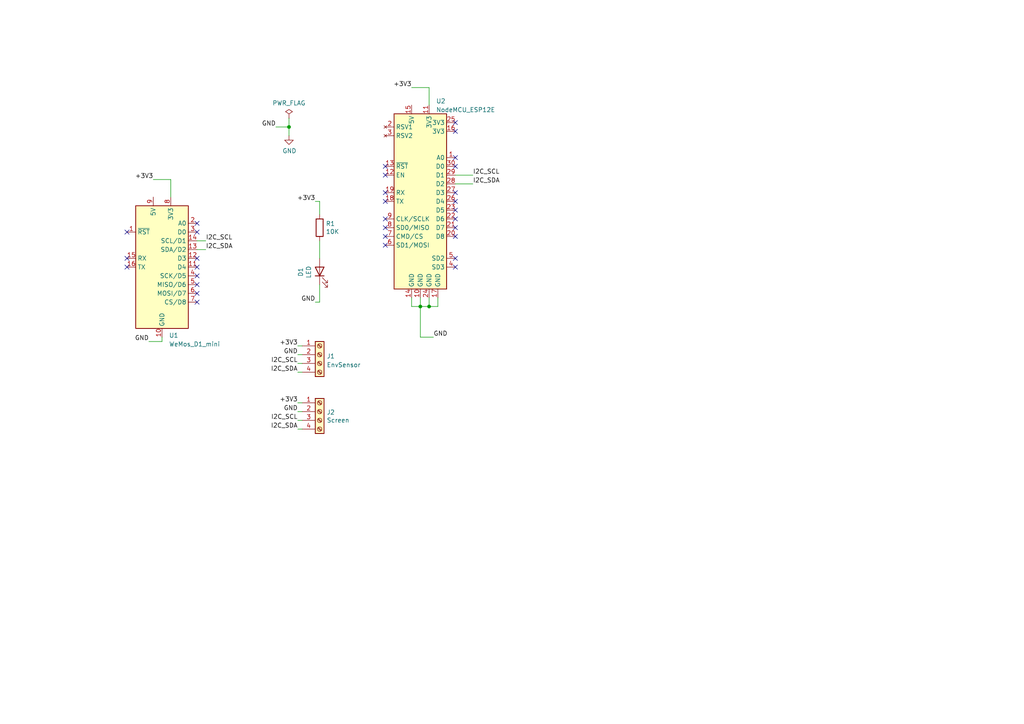
<source format=kicad_sch>
(kicad_sch (version 20211123) (generator eeschema)
  (paper "A4")
  (title_block (title "Environment Sensor") (rev "v0.1") (company "by Luis Pereira"))
  (lib_symbols
    (symbol "Connector:Screw_Terminal_01x04" (pin_names (offset 1.016) hide)
      (property "Reference" "J" (at 0 5.08 0))
      (property "Value" "Screw_Terminal_01x04" (at 0 -7.62 0))
      (symbol "Screw_Terminal_01x04_1_1"
        (rectangle (start -1.27 3.81) (end 1.27 -6.35) (stroke (width 0.254)) (fill (type background)))
        (circle (center 0 -5.08) (radius 0.635) (stroke (width 0.1524)))
        (circle (center 0 -2.54) (radius 0.635) (stroke (width 0.1524)))
        (polyline (pts (xy -0.5334 -4.7498) (xy 0.3302 -5.588)) (stroke (width 0.1524)))
        (polyline (pts (xy -0.5334 -2.2098) (xy 0.3302 -3.048)) (stroke (width 0.1524)))
        (polyline (pts (xy -0.5334 0.3302) (xy 0.3302 -0.508)) (stroke (width 0.1524)))
        (polyline (pts (xy -0.5334 2.8702) (xy 0.3302 2.032)) (stroke (width 0.1524)))
        (polyline (pts (xy -0.3556 -4.572) (xy 0.508 -5.4102)) (stroke (width 0.1524)))
        (polyline (pts (xy -0.3556 -2.032) (xy 0.508 -2.8702)) (stroke (width 0.1524)))
        (polyline (pts (xy -0.3556 0.508) (xy 0.508 -0.3302)) (stroke (width 0.1524)))
        (polyline (pts (xy -0.3556 3.048) (xy 0.508 2.2098)) (stroke (width 0.1524)))
        (circle (center 0 0) (radius 0.635) (stroke (width 0.1524)))
        (circle (center 0 2.54) (radius 0.635) (stroke (width 0.1524)))
        (pin passive line (at -5.08 2.54 0) (length 3.81) (name "Pin_1") (number "1"))
        (pin passive line (at -5.08 0 0) (length 3.81) (name "Pin_2") (number "2"))
        (pin passive line (at -5.08 -2.54 0) (length 3.81) (name "Pin_3") (number "3"))
        (pin passive line (at -5.08 -5.08 0) (length 3.81) (name "Pin_4") (number "4"))
      )
    )
    (symbol "Device:LED" (pin_numbers hide) (pin_names (offset 1.016) hide)
      (property "Reference" "D" (at 0 2.54 0))
      (property "Value" "LED" (at 0 -2.54 0))
      (symbol "LED_0_1"
        (polyline (pts (xy -1.27 -1.27) (xy -1.27 1.27)) (stroke (width 0.254)))
        (polyline (pts (xy -1.27 0) (xy 1.27 0)))
        (polyline (pts (xy 1.27 -1.27) (xy 1.27 1.27) (xy -1.27 0) (xy 1.27 -1.27)) (stroke (width 0.254)))
        (polyline (pts (xy -3.048 -0.762) (xy -4.572 -2.286) (xy -3.81 -2.286) (xy -4.572 -2.286) (xy -4.572 -1.524)))
        (polyline (pts (xy -1.778 -0.762) (xy -3.302 -2.286) (xy -2.54 -2.286) (xy -3.302 -2.286) (xy -3.302 -1.524)))
      )
      (symbol "LED_1_1"
        (pin passive line (at -3.81 0 0) (length 2.54) (name "K") (number "1"))
        (pin passive line (at 3.81 0 180) (length 2.54) (name "A") (number "2"))
      )
    )
    (symbol "Device:R" (pin_numbers hide) (pin_names (offset 0))
      (property "Reference" "R" (at 2.032 0 90))
      (property "Value" "R" (at 0 0 90))
      (symbol "R_0_1"
        (rectangle (start -1.016 -2.54) (end 1.016 2.54) (stroke (width 0.254)))
      )
      (symbol "R_1_1"
        (pin passive line (at 0 3.81 270) (length 1.27) (name "~") (number "1"))
        (pin passive line (at 0 -3.81 90) (length 1.27) (name "~") (number "2"))
      )
    )
    (symbol "LCP_MCU_Module:NodeMCU_ESP12E"
      (property "Reference" "U" (at -1.27 16.51 0))
      (property "Value" "NodeMCU_ESP12E" (at 6.35 -26.67 0))
      (symbol "NodeMCU_ESP12E_1_1"
        (rectangle (start -7.62 25.4) (end 7.62 -25.4) (stroke (width 0.254)) (fill (type background)))
        (pin input line (at 10.16 12.7 180) (length 2.54) (name "A0") (number "1"))
        (pin power_in line (at 0 -27.94 90) (length 2.54) (name "GND") (number "10"))
        (pin power_out line (at 2.54 27.94 270) (length 2.54) (name "3V3") (number "11"))
        (pin input line (at -10.16 7.62 0) (length 2.54) (name "EN") (number "12"))
        (pin input line (at -10.16 10.16 0) (length 2.54) (name "~{RST}") (number "13"))
        (pin power_out line (at -2.54 -27.94 90) (length 2.54) (name "GND") (number "14"))
        (pin power_in line (at -2.54 27.94 270) (length 2.54) (name "5V") (number "15"))
        (pin power_out line (at 10.16 20.32 180) (length 2.54) (name "3V3") (number "16"))
        (pin power_out line (at 5.08 -27.94 90) (length 2.54) (name "GND") (number "17"))
        (pin output line (at -10.16 0 0) (length 2.54) (name "TX") (number "18"))
        (pin input line (at -10.16 2.54 0) (length 2.54) (name "RX") (number "19"))
        (pin no_connect line (at -10.16 21.59 0) (length 2.54) (name "RSV1") (number "2"))
        (pin bidirectional line (at 10.16 -10.16 180) (length 2.54) (name "D8") (number "20"))
        (pin bidirectional line (at 10.16 -7.62 180) (length 2.54) (name "D7") (number "21"))
        (pin bidirectional line (at 10.16 -5.08 180) (length 2.54) (name "D6") (number "22"))
        (pin bidirectional line (at 10.16 -2.54 180) (length 2.54) (name "D5") (number "23"))
        (pin power_out line (at 2.54 -27.94 90) (length 2.54) (name "GND") (number "24"))
        (pin power_out line (at 10.16 22.86 180) (length 2.54) (name "3V3") (number "25"))
        (pin bidirectional line (at 10.16 0 180) (length 2.54) (name "D4") (number "26"))
        (pin bidirectional line (at 10.16 2.54 180) (length 2.54) (name "D3") (number "27"))
        (pin bidirectional line (at 10.16 5.08 180) (length 2.54) (name "D2") (number "28"))
        (pin bidirectional line (at 10.16 7.62 180) (length 2.54) (name "D1") (number "29"))
        (pin no_connect line (at -10.16 19.05 0) (length 2.54) (name "RSV2") (number "3"))
        (pin bidirectional line (at 10.16 10.16 180) (length 2.54) (name "D0") (number "30"))
        (pin bidirectional line (at 10.16 -19.05 180) (length 2.54) (name "SD3") (number "4"))
        (pin bidirectional line (at 10.16 -16.51 180) (length 2.54) (name "SD2") (number "5"))
        (pin bidirectional line (at -10.16 -12.7 0) (length 2.54) (name "SD1/MOSI") (number "6"))
        (pin bidirectional line (at -10.16 -10.16 0) (length 2.54) (name "CMD/CS") (number "7"))
        (pin bidirectional line (at -10.16 -7.62 0) (length 2.54) (name "SD0/MISO") (number "8"))
        (pin bidirectional line (at -10.16 -5.08 0) (length 2.54) (name "CLK/SCLK") (number "9"))
      )
    )
    (symbol "MCU_Module:WeMos_D1_mini"
      (property "Reference" "U" (at 3.81 19.05 0))
      (property "Value" "WeMos_D1_mini" (at 1.27 -19.05 0))
      (symbol "WeMos_D1_mini_1_1"
        (rectangle (start -7.62 17.78) (end 7.62 -17.78) (stroke (width 0.254)) (fill (type background)))
        (pin input line (at -10.16 10.16 0) (length 2.54) (name "~{RST}") (number "1"))
        (pin power_in line (at 0 -20.32 90) (length 2.54) (name "GND") (number "10"))
        (pin bidirectional line (at 10.16 0 180) (length 2.54) (name "D4") (number "11"))
        (pin bidirectional line (at 10.16 2.54 180) (length 2.54) (name "D3") (number "12"))
        (pin bidirectional line (at 10.16 5.08 180) (length 2.54) (name "SDA/D2") (number "13"))
        (pin bidirectional line (at 10.16 7.62 180) (length 2.54) (name "SCL/D1") (number "14"))
        (pin input line (at -10.16 2.54 0) (length 2.54) (name "RX") (number "15"))
        (pin output line (at -10.16 0 0) (length 2.54) (name "TX") (number "16"))
        (pin input line (at 10.16 12.7 180) (length 2.54) (name "A0") (number "2"))
        (pin bidirectional line (at 10.16 10.16 180) (length 2.54) (name "D0") (number "3"))
        (pin bidirectional line (at 10.16 -2.54 180) (length 2.54) (name "SCK/D5") (number "4"))
        (pin bidirectional line (at 10.16 -5.08 180) (length 2.54) (name "MISO/D6") (number "5"))
        (pin bidirectional line (at 10.16 -7.62 180) (length 2.54) (name "MOSI/D7") (number "6"))
        (pin bidirectional line (at 10.16 -10.16 180) (length 2.54) (name "CS/D8") (number "7"))
        (pin power_out line (at 2.54 20.32 270) (length 2.54) (name "3V3") (number "8"))
        (pin power_in line (at -2.54 20.32 270) (length 2.54) (name "5V") (number "9"))
      )
    )
    (symbol "power:GND" (power) (pin_names (offset 0))
      (property "Value" "GND" (at 0 -3.81 0))
      (symbol "GND_0_1"
        (polyline (pts (xy 0 0) (xy 0 -1.27) (xy 1.27 -1.27) (xy 0 -2.54) (xy -1.27 -1.27) (xy 0 -1.27)))
      )
      (symbol "GND_1_1"
        (pin power_in line (at 0 0 270) (length 0) hide (name "GND") (number "1"))
      )
    )
    (symbol "power:PWR_FLAG" (power) (pin_numbers hide) (pin_names (offset 0) hide)
      (property "Value" "PWR_FLAG" (at 0 3.81 0))
      (symbol "PWR_FLAG_0_0"
        (pin power_out line (at 0 0 90) (length 0) (name "pwr") (number "1"))
      )
      (symbol "PWR_FLAG_0_1"
        (polyline (pts (xy 0 0) (xy 0 1.27) (xy -1.016 1.905) (xy 0 2.54) (xy 1.016 1.905) (xy 0 1.27)))
      )
    )
  )
  (junction (at 124.46 88.9))
  (junction (at 121.92 88.9))
  (junction (at 83.82 36.83))
  (no_connect (at 132.08 60.96))
  (no_connect (at 111.76 58.42))
  (no_connect (at 111.76 68.58))
  (no_connect (at 111.76 66.04))
  (no_connect (at 132.08 74.93))
  (no_connect (at 132.08 63.5))
  (no_connect (at 132.08 77.47))
  (no_connect (at 132.08 68.58))
  (no_connect (at 132.08 66.04))
  (no_connect (at 132.08 48.26))
  (no_connect (at 132.08 38.1))
  (no_connect (at 132.08 45.72))
  (no_connect (at 57.15 87.63))
  (no_connect (at 57.15 85.09))
  (no_connect (at 57.15 80.01))
  (no_connect (at 57.15 82.55))
  (no_connect (at 111.76 71.12))
  (no_connect (at 36.83 77.47))
  (no_connect (at 57.15 77.47))
  (no_connect (at 36.83 67.31))
  (no_connect (at 36.83 74.93))
  (no_connect (at 57.15 64.77))
  (no_connect (at 57.15 67.31))
  (no_connect (at 57.15 74.93))
  (no_connect (at 111.76 63.5))
  (no_connect (at 111.76 48.26))
  (no_connect (at 111.76 50.8))
  (no_connect (at 132.08 58.42))
  (no_connect (at 132.08 55.88))
  (no_connect (at 111.76 55.88))
  (no_connect (at 132.08 35.56))
  (wire (pts (xy 119.38 86.36) (xy 119.38 88.9)))
  (wire (pts (xy 87.63 124.46) (xy 86.36 124.46)))
  (wire (pts (xy 132.08 50.8) (xy 137.16 50.8)))
  (wire (pts (xy 121.92 97.79) (xy 125.73 97.79)))
  (wire (pts (xy 91.44 58.42) (xy 92.71 58.42)))
  (wire (pts (xy 87.63 102.87) (xy 86.36 102.87)))
  (wire (pts (xy 127 86.36) (xy 127 88.9)))
  (wire (pts (xy 57.15 69.85) (xy 59.69 69.85)))
  (wire (pts (xy 44.45 52.07) (xy 49.53 52.07)))
  (wire (pts (xy 92.71 69.85) (xy 92.71 74.93)))
  (wire (pts (xy 87.63 107.95) (xy 86.36 107.95)))
  (wire (pts (xy 124.46 86.36) (xy 124.46 88.9)))
  (wire (pts (xy 87.63 105.41) (xy 86.36 105.41)))
  (wire (pts (xy 43.18 99.06) (xy 46.99 99.06)))
  (wire (pts (xy 127 88.9) (xy 124.46 88.9)))
  (wire (pts (xy 86.36 121.92) (xy 87.63 121.92)))
  (wire (pts (xy 46.99 97.79) (xy 46.99 99.06)))
  (wire (pts (xy 121.92 86.36) (xy 121.92 88.9)))
  (wire (pts (xy 86.36 116.84) (xy 87.63 116.84)))
  (wire (pts (xy 92.71 58.42) (xy 92.71 62.23)))
  (wire (pts (xy 132.08 53.34) (xy 137.16 53.34)))
  (wire (pts (xy 49.53 52.07) (xy 49.53 57.15)))
  (wire (pts (xy 121.92 88.9) (xy 121.92 97.79)))
  (wire (pts (xy 87.63 119.38) (xy 86.36 119.38)))
  (wire (pts (xy 57.15 72.39) (xy 59.69 72.39)))
  (wire (pts (xy 86.36 100.33) (xy 87.63 100.33)))
  (wire (pts (xy 119.38 25.4) (xy 124.46 25.4)))
  (wire (pts (xy 124.46 88.9) (xy 121.92 88.9)))
  (wire (pts (xy 80.01 36.83) (xy 83.82 36.83)))
  (wire (pts (xy 83.82 36.83) (xy 83.82 39.37)))
  (wire (pts (xy 119.38 88.9) (xy 121.92 88.9)))
  (wire (pts (xy 124.46 25.4) (xy 124.46 30.48)))
  (wire (pts (xy 83.82 34.29) (xy 83.82 36.83)))
  (wire (pts (xy 92.71 87.63) (xy 91.44 87.63)))
  (wire (pts (xy 92.71 82.55) (xy 92.71 87.63)))
  (label "I2C_SDA" (at 59.69 72.39 0))
  (label "GND" (at 91.44 87.63 180))
  (label "+3V3" (at 44.45 52.07 180))
  (label "GND" (at 125.73 97.79 0))
  (label "GND" (at 80.01 36.83 180))
  (label "I2C_SCL" (at 86.36 105.41 180))
  (label "I2C_SCL" (at 137.16 50.8 0))
  (label "I2C_SCL" (at 86.36 121.92 180))
  (label "+3V3" (at 86.36 100.33 180))
  (label "+3V3" (at 86.36 116.84 180))
  (label "GND" (at 86.36 119.38 180))
  (label "I2C_SCL" (at 59.69 69.85 0))
  (label "+3V3" (at 91.44 58.42 180))
  (label "I2C_SDA" (at 137.16 53.34 0))
  (label "I2C_SDA" (at 86.36 124.46 180))
  (label "+3V3" (at 119.38 25.4 180))
  (label "GND" (at 43.18 99.06 180))
  (label "GND" (at 86.36 102.87 180))
  (label "I2C_SDA" (at 86.36 107.95 180))
  (symbol (lib_id "Connector:Screw_Terminal_01x04") (at 92.71 102.87 0) (unit 1)
    (property "Reference" "J1" (at 94.742 103.3053 0) (effects (justify left)))
    (property "Value" "EnvSensor" (at 94.742 105.8422 0) (effects (justify left)))
    (property "Footprint" "TerminalBlock:TerminalBlock_bornier-4_P5.08mm" (effects hide))
  )
  (symbol (lib_id "power:PWR_FLAG") (at 83.82 34.29 0) (unit 1)
    (property "Reference" "#FLG0101" (effects hide))
    (property "Value" "PWR_FLAG" (at 83.82 29.8958 0))
  )
  (symbol (lib_id "LCP_MCU_Module:NodeMCU_ESP12E") (at 121.92 58.42 0) (unit 1)
    (property "Reference" "U2" (at 126.4794 29.3202 0) (effects (justify left)))
    (property "Value" "NodeMCU_ESP12E" (at 126.4794 31.8571 0) (effects (justify left)))
    (property "Footprint" "LCP_Footprints:NodeMCU1.0_12-E" (effects hide))
  )
  (symbol (lib_id "Connector:Screw_Terminal_01x04") (at 92.71 119.38 0) (unit 1)
    (property "Reference" "J2" (at 94.742 119.5832 0) (effects (justify left)))
    (property "Value" "Screen" (at 94.742 121.8946 0) (effects (justify left)))
    (property "Footprint" "TerminalBlock:TerminalBlock_bornier-4_P5.08mm" (effects hide))
  )
  (symbol (lib_id "Device:LED") (at 92.71 78.74 90) (unit 1)
    (property "Reference" "D1" (at 87.1982 78.9178 0))
    (property "Value" "LED" (at 89.5096 78.9178 0))
    (property "Footprint" "LED_THT:LED_D3.0mm" (effects hide))
  )
  (symbol (lib_id "MCU_Module:WeMos_D1_mini") (at 46.99 77.47 0) (unit 1)
    (property "Reference" "U1" (at 49.0094 97.2804 0) (effects (justify left)))
    (property "Value" "WeMos_D1_mini" (at 49.0094 99.8173 0) (effects (justify left)))
    (property "Footprint" "Module:WEMOS_D1_mini_light" (effects hide))
    (property "Datasheet" "https://wiki.wemos.cc/products:d1:d1_mini#documentation" (effects hide))
  )
  (symbol (lib_id "power:GND") (at 83.82 39.37 0) (unit 1)
    (property "Reference" "#PWR0101" (effects hide))
    (property "Value" "GND" (at 83.947 43.7642 0))
  )
  (symbol (lib_id "Device:R") (at 92.71 66.04 0) (unit 1)
    (property "Reference" "R1" (at 94.488 64.8716 0) (effects (justify left)))
    (property "Value" "10K" (at 94.488 67.183 0) (effects (justify left)))
    (property "Footprint" "Resistor_SMD:R_0805_2012Metric" (effects hide))
  )
)
</source>
